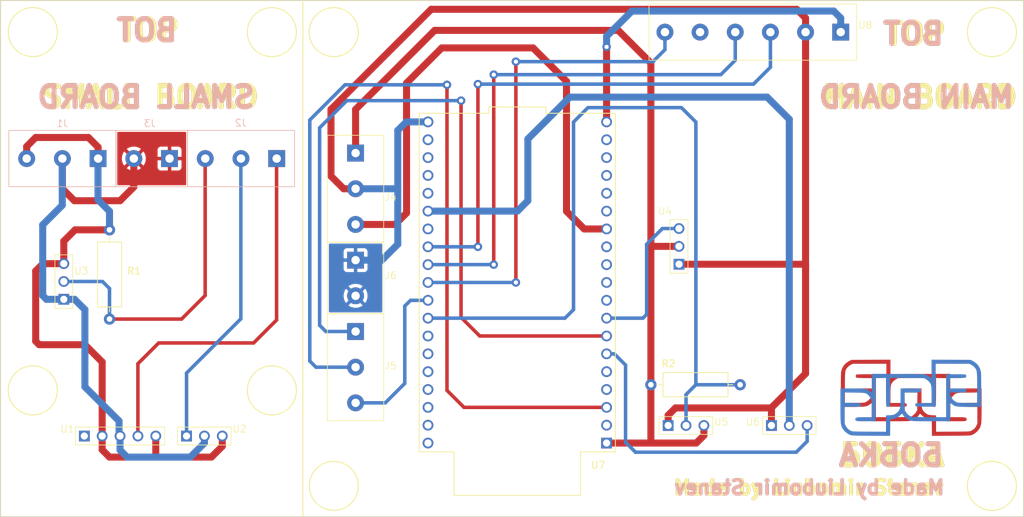
<source format=kicad_pcb>
(kicad_pcb (version 20221018) (generator pcbnew)
  (layers (0 "F.Cu" signal) (31 "B.Cu" signal) (34 "B.Paste" user) (35 "F.Paste" user) (36 "B.SilkS" user "B.Silkscreen") (37 "F.SilkS" user "F.Silkscreen") (38 "B.Mask" user) (39 "F.Mask" user) (44 "Edge.Cuts" user))
  (net 0 "")
  (net 1 "+3V3")
  (net 2 "+3.3V")
  (net 3 "/air_temp")
  (net 4 "GND")
  (net 5 "/water_temp")
  (net 6 "/uv_out")
  (net 7 "/brightness_out")
  (net 8 "/uv_ref_main")
  (net 9 "GND1")
  (net 10 "/uv_out_main")
  (net 11 "/brightness_out_main")
  (net 12 "/air_temp_main")
  (net 16 "/water_level")
  (net 17 "/turbidity")
  (net 27 "+5V")
  (net 32 "/water_level_power")
  (net 34 "/relay_brightness_lamp")
  (net 35 "/relay_uv_lamp")
  (net 36 "/relay_heater")
  (footprint "Diplomna:3pin_holes" (layer "F.Cu") (at 148 101)
    (fp_text reference "U5")
    (fp_text value "DS18B20-water")
  )
  (footprint "MountingHole:MountingHole_3.2mm_M3" (layer "F.Cu") (at 89.1 96)
    (fp_text reference "REF**" hide)
    (fp_text value "MountingHole_3.2mm_M3" hide)
  )
  (footprint "Resistor_THT:R_Axial_DIN0309_L9.0mm_D3.2mm_P12.70mm_Horizontal" (layer "F.Cu") (at 66 73.15 -90)
    (fp_text reference "R1")
    (fp_text value "2.2k" hide)
  )
  (footprint "MountingHole:MountingHole_3.2mm_M3" (layer "F.Cu") (at 97.9 109.6)
    (fp_text reference "REF**" hide)
    (fp_text value "MountingHole_3.2mm_M3" hide)
  )
  (footprint "MountingHole:MountingHole_3.2mm_M3" (layer "F.Cu") (at 187 85.5)
    (fp_text reference "REF**" hide)
    (fp_text value "MountingHole_3.2mm_M3" hide)
  )
  (footprint "Diplomna:connector_3p" (layer "F.Cu") (at 101 67.3 -90)
    (fp_text reference "J4")
    (fp_text value "Conn_01x03_Pin" hide)
  )
  (footprint "Diplomna:3pin_holes" (layer "F.Cu") (at 79.5 102.5)
    (fp_text reference "U2")
    (fp_text value "TEMT6000")
  )
  (footprint "Diplomna:connector_6p" (layer "F.Cu") (at 164.5 45 180)
    (fp_text reference "U8")
    (fp_text value "Relay module")
  )
  (footprint "MountingHole:MountingHole_3.2mm_M3" (layer "F.Cu") (at 191.5 45)
    (fp_text reference "REF**" hide)
    (fp_text value "MountingHole_3.2mm_M3" hide)
  )
  (footprint "MountingHole:MountingHole_3.2mm_M3" (layer "F.Cu") (at 55.1 45)
    (fp_text reference "REF**" hide)
    (fp_text value "MountingHole_3.2mm_M3" hide)
  )
  (footprint "MountingHole:MountingHole_3.2mm_M3" (layer "F.Cu") (at 97.9 45)
    (fp_text reference "REF**" hide)
    (fp_text value "MountingHole_3.2mm_M3" hide)
  )
  (footprint "Diplomna:connector_2p" (layer "F.Cu") (at 101 80 -90)
    (fp_text reference "J6")
    (fp_text value "Conn_01x02_Pin" hide)
  )
  (footprint "Diplomna:MODULE_ESP32-DEVKITC" (layer "F.Cu") (at 124 80.65 180)
    (fp_text reference "U7")
    (fp_text value "ESP32")
  )
  (footprint "MountingHole:MountingHole_3.2mm_M3" (layer "F.Cu") (at 157 85.5)
    (fp_text reference "REF**" hide)
    (fp_text value "MountingHole_3.2mm_M3" hide)
  )
  (footprint "Diplomna:connector_3p" (layer "F.Cu") (at 101 92.7 -90)
    (fp_text reference "J5")
    (fp_text value "Conn_01x03_Pin" hide)
  )
  (footprint "LOGO" (layer "F.Cu") (at 180 97)
    (fp_text reference "G***" hide)
    (fp_text value "LOGO" hide)
  )
  (footprint "Resistor_THT:R_Axial_DIN0309_L9.0mm_D3.2mm_P12.70mm_Horizontal" (layer "F.Cu") (at 143 95.2)
    (fp_text reference "R2")
    (fp_text value "2.2k" hide)
  )
  (footprint "Diplomna:3pin_holes" (layer "F.Cu") (at 162.687 101)
    (fp_text reference "U6")
    (fp_text value "Water Level Sensor")
  )
  (footprint "Diplomna:3pin_holes" (layer "F.Cu") (at 59.5 80.5 90)
    (fp_text reference "U3")
    (fp_text value "DS18B20-air")
  )
  (footprint "MountingHole:MountingHole_3.2mm_M3" (layer "F.Cu") (at 157 65.5)
    (fp_text reference "REF**" hide)
    (fp_text value "MountingHole_3.2mm_M3" hide)
  )
  (footprint "MountingHole:MountingHole_3.2mm_M3" (layer "F.Cu") (at 187 65.5)
    (fp_text reference "REF**" hide)
    (fp_text value "MountingHole_3.2mm_M3" hide)
  )
  (footprint "Diplomna:3pin_holes" (layer "F.Cu") (at 147 75.5 90)
    (fp_text reference "U4")
    (fp_text value "Turbidity sensor")
  )
  (footprint "MountingHole:MountingHole_3.2mm_M3" (layer "F.Cu") (at 191.5 109.6)
    (fp_text reference "REF**" hide)
    (fp_text value "MountingHole_3.2mm_M3" hide)
  )
  (footprint "MountingHole:MountingHole_3.2mm_M3" (layer "F.Cu") (at 55.1 96)
    (fp_text reference "REF**" hide)
    (fp_text value "MountingHole_3.2mm_M3" hide)
  )
  (footprint "MountingHole:MountingHole_3.2mm_M3" (layer "F.Cu") (at 89.1 45)
    (fp_text reference "REF**" hide)
    (fp_text value "MountingHole_3.2mm_M3" hide)
  )
  (footprint "Diplomna:5pin_holes" (layer "F.Cu") (at 67.5 102.5)
    (fp_text reference "U1")
    (fp_text value "GY-8511 UV sensor")
  )
  (footprint "Diplomna:connector_3p" (layer "B.Cu") (at 59.3 63 180)
    (fp_text reference "J1")
    (fp_text value "Conn_01x03_Pin" hide)
  )
  (footprint "Diplomna:connector_3p" (layer "B.Cu") (at 84.7 63 180)
    (fp_text reference "J2")
    (fp_text value "Conn_01x03_Pin" hide)
  )
  (footprint "LOGO" (layer "B.Cu") (at 180 97 180)
    (fp_text reference "G***" hide)
    (fp_text value "LOGO" hide)
  )
  (footprint "Diplomna:connector_2p" (layer "B.Cu") (at 72 63 180)
    (fp_text reference "J3")
    (fp_text value "Conn_01x02_Pin" hide)
  )
  (gr_circle (center 55.092849 44.992849) (end 53.692849 41.792849) (stroke (width 0.15)) (fill none) (layer "F.SilkS"))
  (gr_circle (center 89.092849 96) (end 87.692849 92.8) (stroke (width 0.15)) (fill none) (layer "F.SilkS"))
  (gr_circle (center 191.5 109.6) (end 190.1 106.4) (stroke (width 0.15)) (fill none) (layer "F.SilkS"))
  (gr_circle (center 89.092849 45) (end 87.692849 41.8) (stroke (width 0.15)) (fill none) (layer "F.SilkS"))
  (gr_rect (start 50.5 40.5) (end 196 114) (stroke (width 0.15)) (fill none) (layer "F.SilkS"))
  (gr_circle (center 191.507151 45) (end 190.107151 41.8) (stroke (width 0.15)) (fill none) (layer "F.SilkS"))
  (gr_circle (center 97.9 109.6) (end 96.3 106.5) (stroke (width 0.15)) (fill none) (layer "F.SilkS"))
  (gr_line (start 93.5 40.7) (end 93.5 113.95) (stroke (width 0.15)) (layer "F.SilkS"))
  (gr_circle (center 55.092849 96) (end 53.692849 92.8) (stroke (width 0.15)) (fill none) (layer "F.SilkS"))
  (gr_circle (center 97.892849 45) (end 96.492849 41.8) (stroke (width 0.15)) (fill none) (layer "F.SilkS"))
  (gr_rect (start 50.5 40.5) (end 196 114) (stroke (width 0.1)) (fill none) (layer "Edge.Cuts"))
  (gr_text "Made by Liubomir Stanev" (at 146 111) (layer "F.Cu") (effects (font (size 2 2) (thickness 0.5) bold) (justify left bottom)))
  (gr_text "MAIN BOARD" (at 167 56) (layer "F.Cu") (effects (font (size 3 3) (thickness 0.7) bold) (justify left bottom)))
  (gr_text "SMALL BOARD" (at 56 56) (layer "F.Cu") (effects (font (size 3 3) (thickness 0.7) bold) (justify left bottom)))
  (gr_text "TOP" (at 67 46.5) (layer "F.Cu") (effects (font (size 3 3) (thickness 0.7) bold) (justify left bottom)))
  (gr_text "TOP" (at 176 47) (layer "F.Cu") (effects (font (size 3 3) (thickness 0.7) bold) (justify left bottom)))
  (gr_text "БОБКА" (at 169.5 107) (layer "F.Cu") (effects (font (size 3 3) (thickness 0.7) bold) (justify left bottom)))
  (gr_text "БОБКА" (at 185 107) (layer "B.Cu") (effects (font (size 3 3) (thickness 0.7) bold) (justify left bottom mirror)))
  (gr_text "MAIN BOARD" (at 195 56) (layer "B.Cu") (effects (font (size 3 3) (thickness 0.7) bold) (justify left bottom mirror)))
  (gr_text "BOT" (at 185 47) (layer "B.Cu") (effects (font (size 3 3) (thickness 0.7) bold) (justify left bottom mirror)))
  (gr_text "Made by Liubomir Stanev" (at 185 111) (layer "B.Cu") (effects (font (size 2 2) (thickness 0.5) bold) (justify left bottom mirror)))
  (gr_text "SMALL BOARD" (at 87 56) (layer "B.Cu") (effects (font (size 3 3) (thickness 0.7) bold) (justify left bottom mirror)))
  (gr_text "BOT" (at 76 46.5) (layer "B.Cu") (effects (font (size 3 3) (thickness 0.7) bold) (justify left bottom mirror)))
  (gr_text "БОБКА" (at 185 107) (layer "B.SilkS") (effects (font (size 3 3) (thickness 0.7) bold) (justify left bottom mirror)))
  (gr_text "SMALL BOARD" (at 87 56) (layer "B.SilkS") (effects (font (size 3 3) (thickness 0.7) bold) (justify left bottom mirror)))
  (gr_text "BOT" (at 185 47) (layer "B.SilkS") (effects (font (size 3 3) (thickness 0.7) bold) (justify left bottom mirror)))
  (gr_text "Made by Liubomir Stanev" (at 185 111) (layer "B.SilkS") (effects (font (size 2 2) (thickness 0.5) bold) (justify left bottom mirror)))
  (gr_text "MAIN BOARD" (at 195 56) (layer "B.SilkS") (effects (font (size 3 3) (thickness 0.7) bold) (justify left bottom mirror)))
  (gr_text "BOT" (at 76 46.5) (layer "B.SilkS") (effects (font (size 3 3) (thickness 0.7) bold) (justify left bottom mirror)))
  (gr_text "Made by Liubomir Stanev" (at 146 111) (layer "F.SilkS") (effects (font (size 2 2) (thickness 0.5) bold) (justify left bottom)))
  (gr_text "TOP" (at 67 46.5) (layer "F.SilkS") (effects (font (size 3 3) (thickness 0.7) bold) (justify left bottom)))
  (gr_text "MAIN BOARD" (at 167 56) (layer "F.SilkS") (effects (font (size 3 3) (thickness 0.7) bold) (justify left bottom)))
  (gr_text "SMALL BOARD" (at 56 56) (layer "F.SilkS") (effects (font (size 3 3) (thickness 0.7) bold) (justify left bottom)))
  (gr_text "TOP" (at 176 47) (layer "F.SilkS") (effects (font (size 3 3) (thickness 0.7) bold) (justify left bottom)))
  (gr_text "БОБКА" (at 169.5 107) (layer "F.SilkS") (effects (font (size 3 3) (thickness 0.7) bold) (justify left bottom)))
  (segment (start 80.5 105.5) (end 72.5 105.5) (width 1) (layer "F.Cu") (net 1))
  (segment (start 66 105.5) (end 64.96 104.46) (width 1) (layer "F.Cu") (net 1))
  (segment (start 64.38 61.38) (end 63 60) (width 1) (layer "F.Cu") (net 1))
  (segment (start 64.38 63) (end 64.38 61.38) (width 1) (layer "F.Cu") (net 1))
  (segment (start 59.5 77.96) (end 59.5 74.75) (width 1) (layer "F.Cu") (net 1))
  (segment (start 56.54 77.96) (end 55.5 79) (width 1) (layer "F.Cu") (net 1))
  (segment (start 63 60) (end 55.5 60) (width 1) (layer "F.Cu") (net 1))
  (segment (start 72.58 102.5) (end 72.58 105.42) (width 1) (layer "F.Cu") (net 1))
  (segment (start 82.04 103.96) (end 82.04 102.5) (width 1) (layer "F.Cu") (net 1))
  (segment (start 61.1 73.15) (end 64.75 73.15) (width 1) (layer "F.Cu") (net 1))
  (segment (start 64.75 73.15) (end 66 73.15) (width 1) (layer "F.Cu") (net 1))
  (segment (start 55.5 60) (end 54.22 61.28) (width 1) (layer "F.Cu") (net 1))
  (segment (start 56 89.5) (end 62.5 89.5) (width 1) (layer "F.Cu") (net 1))
  (segment (start 80.5 105.5) (end 82.04 103.96) (width 1) (layer "F.Cu") (net 1))
  (segment (start 72.58 105.42) (end 72.5 105.5) (width 1) (layer "F.Cu") (net 1))
  (segment (start 55.5 79) (end 55.5 89) (width 1) (layer "F.Cu") (net 1))
  (segment (start 72.5 105.5) (end 66 105.5) (width 1) (layer "F.Cu") (net 1))
  (segment (start 59.5 77.96) (end 56.54 77.96) (width 1) (layer "F.Cu") (net 1))
  (segment (start 54.22 61.28) (end 54.22 63) (width 1) (layer "F.Cu") (net 1))
  (segment (start 62.5 89.5) (end 64.96 91.96) (width 1) (layer "F.Cu") (net 1))
  (segment (start 59.5 74.75) (end 61.1 73.15) (width 1) (layer "F.Cu") (net 1))
  (segment (start 64.96 91.96) (end 64.96 102.5) (width 1) (layer "F.Cu") (net 1))
  (segment (start 55.5 89) (end 56 89.5) (width 1) (layer "F.Cu") (net 1))
  (segment (start 64.96 104.46) (end 64.96 102.5) (width 1) (layer "F.Cu") (net 1))
  (segment (start 64.3636 68.8636) (end 66 70.5) (width 1) (layer "B.Cu") (net 1))
  (segment (start 66 70.5) (end 66 73.15) (width 1) (layer "B.Cu") (net 1))
  (segment (start 64.3636 63) (end 64.3636 68.8636) (width 1) (layer "B.Cu") (net 1))
  (segment (start 143 95.2) (end 143 75.5) (width 1) (layer "F.Cu") (net 2))
  (segment (start 147 75.5) (end 143 75.5) (width 1) (layer "F.Cu") (net 2))
  (segment (start 143 103.5) (end 143 95.2) (width 1) (layer "F.Cu") (net 2))
  (segment (start 112.25 44.75) (end 101 56) (width 1) (layer "F.Cu") (net 2))
  (segment (start 143 103.5) (end 149.46 103.5) (width 1) (layer "F.Cu") (net 2))
  (segment (start 143 75.5) (end 143 49.4) (width 1) (layer "F.Cu") (net 2))
  (segment (start 149.46 103.5) (end 150.54 102.42) (width 1) (layer "F.Cu") (net 2))
  (segment (start 136.7 103.5) (end 143 103.5) (width 1) (layer "F.Cu") (net 2))
  (segment (start 138.35 44.75) (end 112.25 44.75) (width 1) (layer "F.Cu") (net 2))
  (segment (start 150.54 102.42) (end 150.54 101) (width 1) (layer "F.Cu") (net 2))
  (segment (start 143 49.4) (end 138.35 44.75) (width 1) (layer "F.Cu") (net 2))
  (segment (start 101 56) (end 101 62.22) (width 1) (layer "F.Cu") (net 2))
  (segment (start 76.2528 85.85) (end 66 85.85) (width 0.5) (layer "F.Cu") (net 3))
  (segment (start 79.6036 82.4992) (end 76.2528 85.85) (width 0.5) (layer "F.Cu") (net 3))
  (segment (start 79.6036 63) (end 79.6036 82.4992) (width 0.5) (layer "F.Cu") (net 3))
  (segment (start 65 80.5) (end 59.5 80.5) (width 0.5) (layer "B.Cu") (net 3))
  (segment (start 66 85.85) (end 66 81.5) (width 0.5) (layer "B.Cu") (net 3))
  (segment (start 66 81.5) (end 65 80.5) (width 0.5) (layer "B.Cu") (net 3))
  (segment (start 165 45) (end 165 43) (width 1) (layer "F.Cu") (net 4))
  (segment (start 160.147 98.527) (end 160.12 98.5) (width 1) (layer "F.Cu") (net 4))
  (segment (start 163.75 41.75) (end 111.75 41.75) (width 1) (layer "F.Cu") (net 4))
  (segment (start 146.5 98.5) (end 160.12 98.5) (width 1) (layer "F.Cu") (net 4))
  (segment (start 165 43) (end 163.75 41.75) (width 1) (layer "F.Cu") (net 4))
  (segment (start 147 78.04) (end 164.935 78.04) (width 1) (layer "F.Cu") (net 4))
  (segment (start 145.46 101) (end 145.46 99.54) (width 1) (layer "F.Cu") (net 4))
  (segment (start 160.12 98.5) (end 165 93.62) (width 1) (layer "F.Cu") (net 4))
  (segment (start 97.5 56) (end 97.5 65.5) (width 1) (layer "F.Cu") (net 4))
  (segment (start 99.3 67.3) (end 101 67.3) (width 1) (layer "F.Cu") (net 4))
  (segment (start 145.46 99.54) (end 146.5 98.5) (width 1) (layer "F.Cu") (net 4))
  (segment (start 111.75 41.75) (end 97.5 56) (width 1) (layer "F.Cu") (net 4))
  (segment (start 165 79) (end 165 78.105) (width 1) (layer "F.Cu") (net 4))
  (segment (start 165 93.62) (end 165 79) (width 1) (layer "F.Cu") (net 4))
  (segment (start 97.5 65.5) (end 99.3 67.3) (width 1) (layer "F.Cu") (net 4))
  (segment (start 164.935 78.04) (end 165 78.105) (width 1) (layer "F.Cu") (net 4))
  (segment (start 165 45) (end 165 79) (width 1) (layer "F.Cu") (net 4))
  (segment (start 160.147 101) (end 160.147 98.527) (width 1) (layer "F.Cu") (net 4))
  (segment (start 104.74 77.46) (end 107 75.2) (width 1) (layer "B.Cu") (net 4))
  (segment (start 111.3 57.78) (end 108.22 57.78) (width 1) (layer "B.Cu") (net 4))
  (segment (start 107 67.3) (end 101 67.3) (width 1) (layer "B.Cu") (net 4))
  (segment (start 101 77.46) (end 104.74 77.46) (width 1) (layer "B.Cu") (net 4))
  (segment (start 107 59) (end 107 75.2) (width 1) (layer "B.Cu") (net 4))
  (segment (start 108.22 57.78) (end 107 59) (width 1) (layer "B.Cu") (net 4))
  (segment (start 132 84.5) (end 132 57.8) (width 0.5) (layer "B.Cu") (net 5))
  (segment (start 130.78 85.72) (end 132 84.5) (width 0.5) (layer "B.Cu") (net 5))
  (segment (start 149.4 57.8) (end 149.4 95.2) (width 0.5) (layer "B.Cu") (net 5))
  (segment (start 148 96.6) (end 148 101) (width 0.5) (layer "B.Cu") (net 5))
  (segment (start 149.4 95.2) (end 148 96.6) (width 0.5) (layer "B.Cu") (net 5))
  (segment (start 111.3 85.72) (end 130.78 85.72) (width 0.5) (layer "B.Cu") (net 5))
  (segment (start 147.35 55.75) (end 149.4 57.8) (width 0.5) (layer "B.Cu") (net 5))
  (segment (start 149.4 95.2) (end 155.7 95.2) (width 0.5) (layer "B.Cu") (net 5))
  (segment (start 134.05 55.75) (end 147.35 55.75) (width 0.5) (layer "B.Cu") (net 5))
  (segment (start 132 57.8) (end 134.05 55.75) (width 0.5) (layer "B.Cu") (net 5))
  (segment (start 70.04 92.21) (end 70.04 102.5) (width 0.5) (layer "F.Cu") (net 6))
  (segment (start 89.7636 85.9864) (end 86.5 89.25) (width 0.5) (layer "F.Cu") (net 6))
  (segment (start 86.5 89.25) (end 73 89.25) (width 0.5) (layer "F.Cu") (net 6))
  (segment (start 89.7636 63) (end 89.7636 85.9864) (width 0.5) (layer "F.Cu") (net 6))
  (segment (start 73 89.25) (end 70.04 92.21) (width 0.5) (layer "F.Cu") (net 6))
  (segment (start 76.96 93.54) (end 76.96 102.5) (width 0.5) (layer "B.Cu") (net 7))
  (segment (start 84.6836 85.8164) (end 76.96 93.54) (width 0.5) (layer "B.Cu") (net 7))
  (segment (start 84.6836 63) (end 84.6836 85.8164) (width 0.5) (layer "B.Cu") (net 7))
  (segment (start 106.62 72.38) (end 101 72.38) (width 1) (layer "F.Cu") (net 8))
  (segment (start 131 52) (end 126.244 47.244) (width 1) (layer "F.Cu") (net 8))
  (segment (start 126.244 47.244) (end 113.256 47.244) (width 1) (layer "F.Cu") (net 8))
  (segment (start 108.25 52.25) (end 108.25 70.75) (width 1) (layer "F.Cu") (net 8))
  (segment (start 131 70.5) (end 131 52) (width 1) (layer "F.Cu") (net 8))
  (segment (start 133.52 73.02) (end 131 70.5) (width 1) (layer "F.Cu") (net 8))
  (segment (start 113.256 47.244) (end 108.25 52.25) (width 1) (layer "F.Cu") (net 8))
  (segment (start 136.7 73.02) (end 133.52 73.02) (width 1) (layer "F.Cu") (net 8))
  (segment (start 108.25 70.75) (end 106.62 72.38) (width 1) (layer "F.Cu") (net 8))
  (segment (start 67.5 69) (end 61 69) (width 1) (layer "F.Cu") (net 9))
  (segment (start 61 69) (end 59.3 67.3) (width 1) (layer "F.Cu") (net 9))
  (segment (start 69.46 67.04) (end 67.5 69) (width 1) (layer "F.Cu") (net 9))
  (segment (start 69.46 63) (end 69.46 67.04) (width 1) (layer "F.Cu") (net 9))
  (segment (start 59.3 67.3) (end 59.3 63) (width 1) (layer "F.Cu") (net 9))
  (segment (start 59.5 83.04) (end 61.04 83.04) (width 1) (layer "B.Cu") (net 9))
  (segment (start 77.5 105.5) (end 79.5 103.5) (width 1) (layer "B.Cu") (net 9))
  (segment (start 56.5 82.5) (end 56.5 72.4304) (width 1) (layer "B.Cu") (net 9))
  (segment (start 62.5 95.5) (end 67.36 100.36) (width 1) (layer "B.Cu") (net 9))
  (segment (start 79.5 103.5) (end 79.5 102.5) (width 1) (layer "B.Cu") (net 9))
  (segment (start 62.5 84.5) (end 62.5 95.5) (width 1) (layer "B.Cu") (net 9))
  (segment (start 68.5 105.5) (end 67.5 104.5) (width 1) (layer "B.Cu") (net 9))
  (segment (start 59.2836 69.6468) (end 59.2836 63) (width 1) (layer "B.Cu") (net 9))
  (segment (start 67.5 104.5) (end 67.5 102.5) (width 1) (layer "B.Cu") (net 9))
  (segment (start 57.04 83.04) (end 56.5 82.5) (width 1) (layer "B.Cu") (net 9))
  (segment (start 61.04 83.04) (end 62.5 84.5) (width 1) (layer "B.Cu") (net 9))
  (segment (start 59.5 83.04) (end 57.04 83.04) (width 1) (layer "B.Cu") (net 9))
  (segment (start 67.36 100.36) (end 67.36 102.6) (width 1) (layer "B.Cu") (net 9))
  (segment (start 68.5 105.5) (end 77.5 105.5) (width 1) (layer "B.Cu") (net 9))
  (segment (start 56.5 72.4304) (end 59.2836 69.6468) (width 1) (layer "B.Cu") (net 9))
  (segment (start 118.66 88.26) (end 116 85.6) (width 0.5) (layer "F.Cu") (net 10))
  (segment (start 116 85.6) (end 116 54.75) (width 0.5) (layer "F.Cu") (net 10))
  (segment (start 136.7 88.26) (end 118.66 88.26) (width 0.5) (layer "F.Cu") (net 10))
  (via (at 116 54.75) (size 1.2) (drill 0.6) (layers "F.Cu" "B.Cu") (net 10))
  (segment (start 116 54.75) (end 99.75 54.75) (width 0.5) (layer "B.Cu") (net 10))
  (segment (start 99.75 54.75) (end 95.885 58.615) (width 0.5) (layer "B.Cu") (net 10))
  (segment (start 96.764 87.62) (end 101 87.62) (width 0.5) (layer "B.Cu") (net 10))
  (segment (start 95.885 58.615) (end 95.885 86.741) (width 0.5) (layer "B.Cu") (net 10))
  (segment (start 95.885 86.741) (end 96.764 87.62) (width 0.5) (layer "B.Cu") (net 10))
  (segment (start 116.42 98.42) (end 136.7 98.42) (width 0.5) (layer "F.Cu") (net 11))
  (segment (start 114 96) (end 116.42 98.42) (width 0.5) (layer "F.Cu") (net 11))
  (segment (start 114 52.5) (end 114 96) (width 0.5) (layer "F.Cu") (net 11))
  (via (at 114 52.5) (size 1.2) (drill 0.6) (layers "F.Cu" "B.Cu") (net 11))
  (segment (start 114 52.5) (end 99.5 52.5) (width 0.5) (layer "B.Cu") (net 11))
  (segment (start 95.367 92.7) (end 101 92.7) (width 0.5) (layer "B.Cu") (net 11))
  (segment (start 94.488 57.512) (end 94.488 91.821) (width 0.5) (layer "B.Cu") (net 11))
  (segment (start 99.5 52.5) (end 94.488 57.512) (width 0.5) (layer "B.Cu") (net 11))
  (segment (start 94.488 91.821) (end 95.367 92.7) (width 0.5) (layer "B.Cu") (net 11))
  (segment (start 108 95) (end 108 84) (width 0.5) (layer "B.Cu") (net 12))
  (segment (start 105.22 97.78) (end 108 95) (width 0.5) (layer "B.Cu") (net 12))
  (segment (start 101 97.78) (end 105.22 97.78) (width 0.5) (layer "B.Cu") (net 12))
  (segment (start 108 84) (end 108.82 83.18) (width 0.5) (layer "B.Cu") (net 12))
  (segment (start 108.82 83.18) (end 111.3 83.18) (width 0.5) (layer "B.Cu") (net 12))
  (segment (start 137.8 90.8) (end 139.4 92.4) (width 0.5) (layer "B.Cu") (net 16))
  (segment (start 163.678 104.8) (end 165.227 103.251) (width 0.5) (layer "B.Cu") (net 16))
  (segment (start 136.7 90.8) (end 137.8 90.8) (width 0.5) (layer "B.Cu") (net 16))
  (segment (start 140.8 104.8) (end 163.678 104.8) (width 0.5) (layer "B.Cu") (net 16))
  (segment (start 165.227 103.251) (end 165.227 101) (width 0.5) (layer "B.Cu") (net 16))
  (segment (start 139.4 92.4) (end 139.4 103.4) (width 0.5) (layer "B.Cu") (net 16))
  (segment (start 139.4 103.4) (end 140.8 104.8) (width 0.5) (layer "B.Cu") (net 16))
  (segment (start 144.64 72.96) (end 147 72.96) (width 0.5) (layer "B.Cu") (net 17))
  (segment (start 142.4 75.2) (end 144.64 72.96) (width 0.5) (layer "B.Cu") (net 17))
  (segment (start 136.7 85.72) (end 141.864 85.72) (width 0.5) (layer "B.Cu") (net 17))
  (segment (start 141.864 85.72) (end 142.4 85.184) (width 0.5) (layer "B.Cu") (net 17))
  (segment (start 142.4 85.184) (end 142.4 75.2) (width 0.5) (layer "B.Cu") (net 17))
  (segment (start 136.7 57.78) (end 136.7 47.1) (width 1) (layer "F.Cu") (net 27))
  (via (at 136.7 47.1) (size 1.2) (drill 0.6) (layers "F.Cu" "B.Cu") (net 27))
  (segment (start 136.7 45.6) (end 140.3 42) (width 1) (layer "B.Cu") (net 27))
  (segment (start 136.7 47.1) (end 136.7 45.6) (width 1) (layer "B.Cu") (net 27))
  (segment (start 169 42) (end 170 43) (width 1) (layer "B.Cu") (net 27))
  (segment (start 170 43) (end 170 45) (width 1) (layer "B.Cu") (net 27))
  (segment (start 140.3 42) (end 169 42) (width 1) (layer "B.Cu") (net 27))
  (segment (start 159.533 54.25) (end 162.687 57.404) (width 1) (layer "B.Cu") (net 32))
  (segment (start 131.46 54.25) (end 159.533 54.25) (width 1) (layer "B.Cu") (net 32))
  (segment (start 111.3 70.48) (end 124.02 70.48) (width 1) (layer "B.Cu") (net 32))
  (segment (start 125.5 69) (end 125.5 60.21) (width 1) (layer "B.Cu") (net 32))
  (segment (start 125.5 60.21) (end 131.46 54.25) (width 1) (layer "B.Cu") (net 32))
  (segment (start 162.687 57.404) (end 162.687 101) (width 1) (layer "B.Cu") (net 32))
  (segment (start 124.02 70.48) (end 125.5 69) (width 1) (layer "B.Cu") (net 32))
  (segment (start 118.4 75.56) (end 118.4 52.4) (width 0.5) (layer "F.Cu") (net 34))
  (via (at 118.4 52.4) (size 1.2) (drill 0.6) (layers "F.Cu" "B.Cu") (net 34))
  (via (at 118.4 75.56) (size 1.2) (drill 0.6) (layers "F.Cu" "B.Cu") (net 34))
  (segment (start 111.3 75.56) (end 118.4 75.56) (width 0.5) (layer "B.Cu") (net 34))
  (segment (start 160 50) (end 160 45) (width 0.5) (layer "B.Cu") (net 34))
  (segment (start 118.4 52.4) (end 157.6 52.4) (width 0.5) (layer "B.Cu") (net 34))
  (segment (start 157.6 52.4) (end 160 50) (width 0.5) (layer "B.Cu") (net 34))
  (segment (start 120.65 77.95) (end 120.65 51.054) (width 0.5) (layer "F.Cu") (net 35))
  (segment (start 120.65 77.95) (end 120.65 77.75) (width 0.5) (layer "F.Cu") (net 35))
  (segment (start 120.6 78) (end 120.65 77.95) (width 0.5) (layer "F.Cu") (net 35))
  (via (at 120.65 78.1) (size 1.2) (drill 0.6) (layers "F.Cu" "B.Cu") (net 35))
  (via (at 120.65 51.054) (size 1.2) (drill 0.6) (layers "F.Cu" "B.Cu") (net 35))
  (segment (start 120.65 51.054) (end 152.946 51.054) (width 0.5) (layer "B.Cu") (net 35))
  (segment (start 152.946 51.054) (end 155 49) (width 0.5) (layer "B.Cu") (net 35))
  (segment (start 111.3 78.1) (end 120.65 78.1) (width 0.5) (layer "B.Cu") (net 35))
  (segment (start 155 49) (end 155 45) (width 0.5) (layer "B.Cu") (net 35))
  (segment (start 123.8 80.64) (end 123.8 49.2) (width 0.5) (layer "F.Cu") (net 36))
  (via (at 123.8 49.2) (size 1.2) (drill 0.6) (layers "F.Cu" "B.Cu") (net 36))
  (via (at 123.8 80.64) (size 1.2) (drill 0.6) (layers "F.Cu" "B.Cu") (net 36))
  (segment (start 143.3 49.2) (end 145 47.5) (width 0.5) (layer "B.Cu") (net 36))
  (segment (start 111.3 80.64) (end 123.8 80.64) (width 0.5) (layer "B.Cu") (net 36))
  (segment (start 123.8 49.2) (end 143.3 49.2) (width 0.5) (layer "B.Cu") (net 36))
  (segment (start 145 47.5) (end 145 45) (width 0.5) (layer "B.Cu") (net 36))
  (zone (net 9) (net_name "GND1") (layer "F.Cu") (connect_pads (clearance 0.5)) (min_thickness 0.25) (fill yes (thermal_gap 0.5) (thermal_bridge_width 0.5))
    (polygon (pts (xy 67.1 59.2) (xy 76.9 59.2) (xy 76.9 66.8) (xy 67.1 66.8)))
  )
  (zone (net 4) (net_name "GND") (layer "B.Cu") (priority 1) (connect_pads (clearance 0.5)) (min_thickness 0.25) (fill yes (thermal_gap 0.5) (thermal_bridge_width 0.5))
    (polygon (pts (xy 97.2 84.9) (xy 97.2 75.1) (xy 104.8 75.1) (xy 104.8 84.9)))
  )
)
</source>
